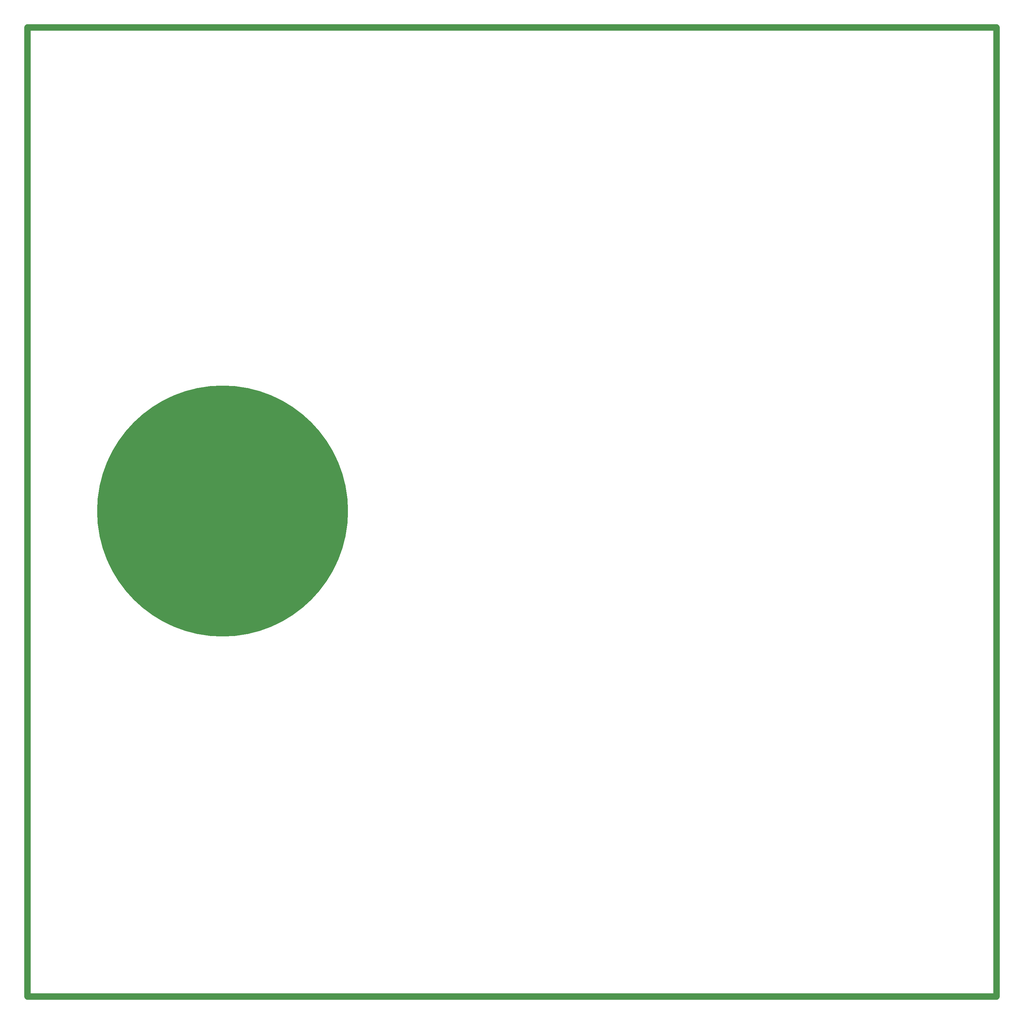
<source format=gbr>
%MOIN*%
%FSLAX23Y23*%
%OFA0.0000B0.0000*%
G90*
%AMCIRCLE*
1,1,2.59,2,5,19.5*
%
%ADD10C,0.0650*%
%ADD11CIRCLE,.5*%
D11
X12Y9D03*
X0Y0D02*
G54D10*
X0Y0D01*
X10000D01*
Y10000D01*
X0D01*
Y0D01*
M02*

</source>
